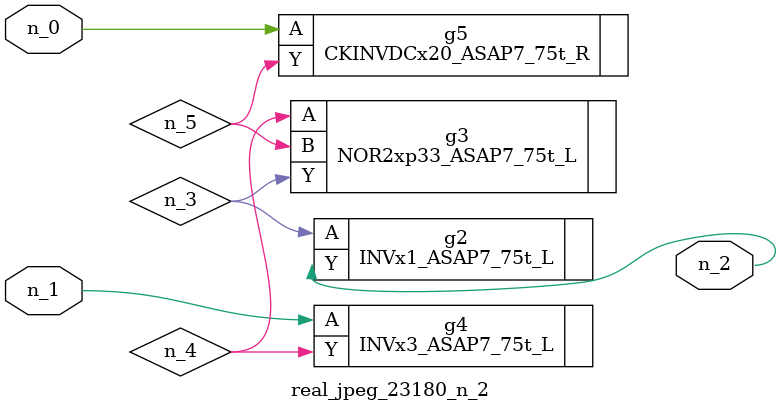
<source format=v>
module real_jpeg_23180_n_2 (n_1, n_0, n_2);

input n_1;
input n_0;

output n_2;

wire n_5;
wire n_4;
wire n_3;

CKINVDCx20_ASAP7_75t_R g5 ( 
.A(n_0),
.Y(n_5)
);

INVx3_ASAP7_75t_L g4 ( 
.A(n_1),
.Y(n_4)
);

INVx1_ASAP7_75t_L g2 ( 
.A(n_3),
.Y(n_2)
);

NOR2xp33_ASAP7_75t_L g3 ( 
.A(n_4),
.B(n_5),
.Y(n_3)
);


endmodule
</source>
